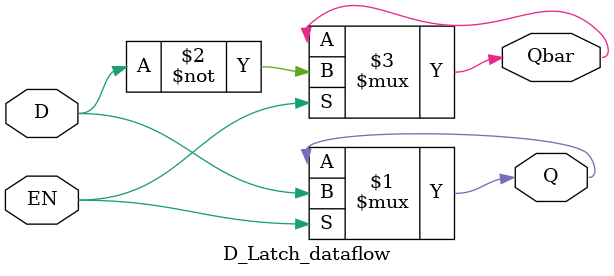
<source format=v>
module D_Latch_dataflow(
  input D, EN,
  output Q, Qbar
);
  assign Q = EN ? D : Q;
  assign Qbar = EN ? ~D : Qbar;
endmodule

</source>
